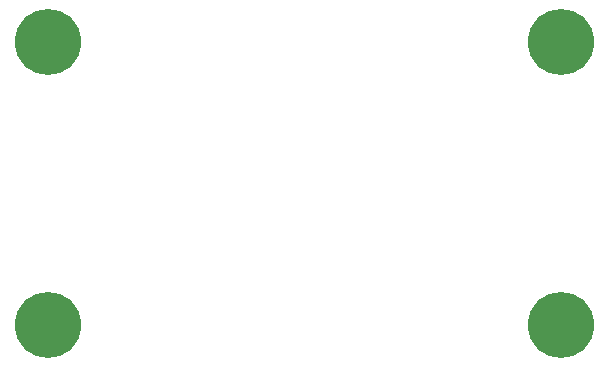
<source format=gbs>
G04 #@! TF.GenerationSoftware,KiCad,Pcbnew,8.0.6*
G04 #@! TF.CreationDate,2025-01-26T18:33:20-05:00*
G04 #@! TF.ProjectId,Mic_Board_Unidirectional,4d69635f-426f-4617-9264-5f556e696469,rev?*
G04 #@! TF.SameCoordinates,Original*
G04 #@! TF.FileFunction,Soldermask,Bot*
G04 #@! TF.FilePolarity,Negative*
%FSLAX46Y46*%
G04 Gerber Fmt 4.6, Leading zero omitted, Abs format (unit mm)*
G04 Created by KiCad (PCBNEW 8.0.6) date 2025-01-26 18:33:20*
%MOMM*%
%LPD*%
G01*
G04 APERTURE LIST*
%ADD10C,5.600000*%
G04 APERTURE END LIST*
D10*
X132000000Y-93500000D03*
X132000000Y-93500000D03*
X175500000Y-93500000D03*
X132000000Y-69500000D03*
X175500000Y-93500000D03*
X175500000Y-69500000D03*
X132000000Y-69500000D03*
M02*

</source>
